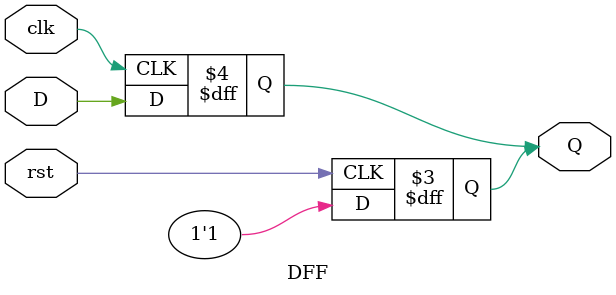
<source format=v>
module DFF (
    output reg Q, 
    input D, clk, rst
);

always @(negedge clk ) Q<=D;
always @(negedge rst) Q<=1'b1;

endmodule
</source>
